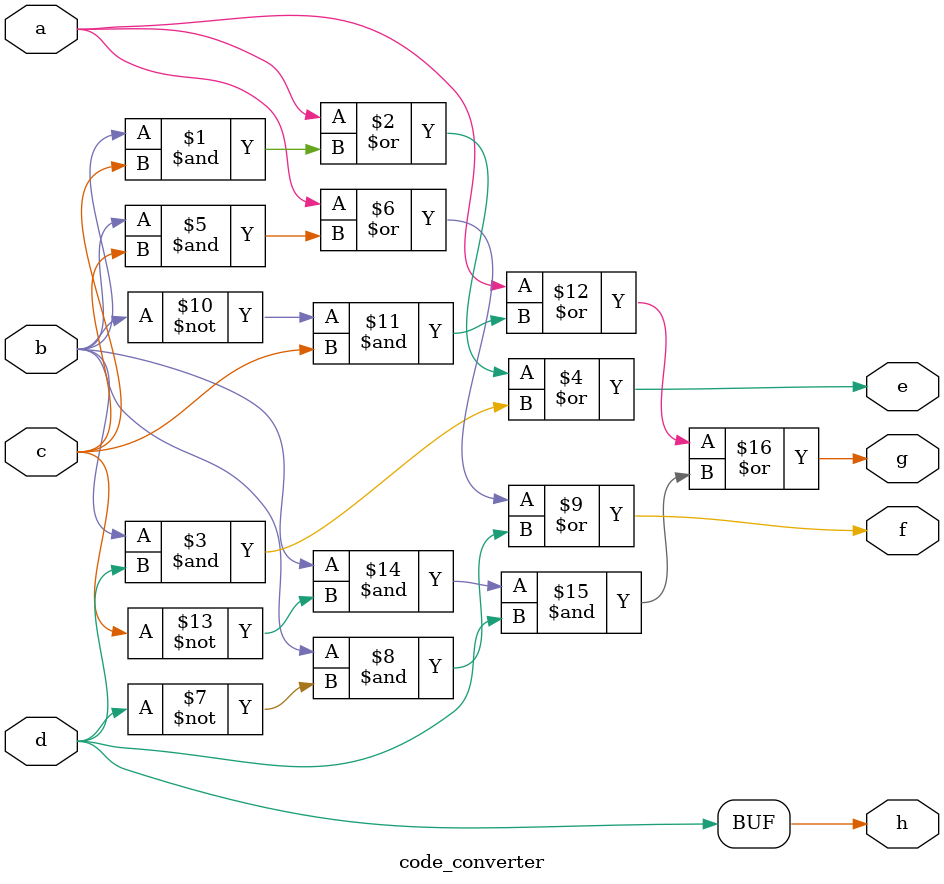
<source format=v>
`timescale 1ns / 1ps

module code_converter(
input a,b,c,d,
output e,f,g,h);

assign e=a|(b&c)|(b&d);
assign f=a|(b&c)|(b&~d);
assign g=a|(~b&c)|(b&~c&d);
assign h=d;

endmodule
</source>
